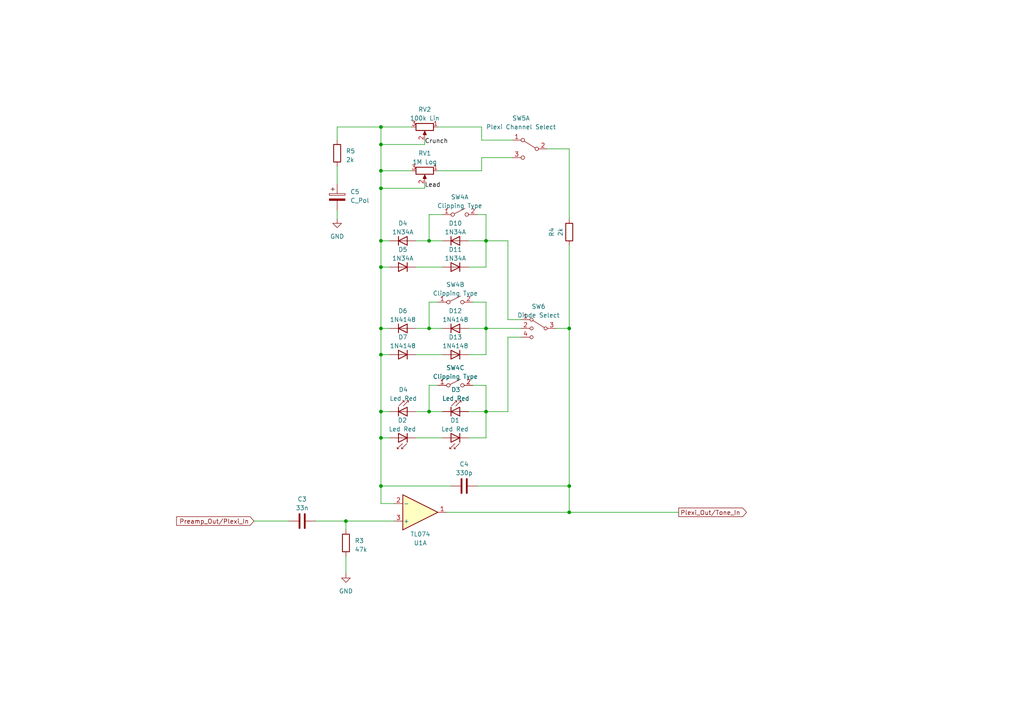
<source format=kicad_sch>
(kicad_sch (version 20230121) (generator eeschema)
  (paper "A4")
  (lib_symbols
    (symbol "Amplifier_Operational:TL074" (pin_names (offset 0.127))
      (property "Reference" "U" (at 0 5.08 0))
      (property "Value" "TL074" (at 0 -5.08 0))
      (symbol "TL074_1_1"
        (polyline (pts (xy -5.08 5.08) (xy 5.08 0) (xy -5.08 -5.08) (xy -5.08 5.08)) (stroke (width 0.254)) (fill (type background)))
        (pin output line (at 7.62 0 180) (length 2.54) (name "~") (number "1"))
        (pin input line (at -7.62 -2.54 0) (length 2.54) (name "-") (number "2"))
        (pin input line (at -7.62 2.54 0) (length 2.54) (name "+") (number "3"))
      )
      (symbol "TL074_2_1"
        (polyline (pts (xy -5.08 5.08) (xy 5.08 0) (xy -5.08 -5.08) (xy -5.08 5.08)) (stroke (width 0.254)) (fill (type background)))
        (pin input line (at -7.62 2.54 0) (length 2.54) (name "+") (number "5"))
        (pin input line (at -7.62 -2.54 0) (length 2.54) (name "-") (number "6"))
        (pin output line (at 7.62 0 180) (length 2.54) (name "~") (number "7"))
      )
      (symbol "TL074_3_1"
        (polyline (pts (xy -5.08 5.08) (xy 5.08 0) (xy -5.08 -5.08) (xy -5.08 5.08)) (stroke (width 0.254)) (fill (type background)))
        (pin input line (at -7.62 2.54 0) (length 2.54) (name "+") (number "10"))
        (pin output line (at 7.62 0 180) (length 2.54) (name "~") (number "8"))
        (pin input line (at -7.62 -2.54 0) (length 2.54) (name "-") (number "9"))
      )
      (symbol "TL074_4_1"
        (polyline (pts (xy -5.08 5.08) (xy 5.08 0) (xy -5.08 -5.08) (xy -5.08 5.08)) (stroke (width 0.254)) (fill (type background)))
        (pin input line (at -7.62 2.54 0) (length 2.54) (name "+") (number "12"))
        (pin input line (at -7.62 -2.54 0) (length 2.54) (name "-") (number "13"))
        (pin output line (at 7.62 0 180) (length 2.54) (name "~") (number "14"))
      )
      (symbol "TL074_5_1"
        (pin power_in line (at -2.54 -7.62 90) (length 3.81) (name "V-") (number "11"))
        (pin power_in line (at -2.54 7.62 270) (length 3.81) (name "V+") (number "4"))
      )
    )
    (symbol "CustomLib:SW_SPDT_x4" (pin_names hide)
      (property "Reference" "SW" (at 1.27 5.08 0))
      (property "Value" "SW_SPDT_x4" (at 1.27 -5.08 0))
      (symbol "SW_SPDT_x4_0_0"
        (circle (center -2.032 0) (radius 0.508))
        (circle (center 2.032 -2.54) (radius 0.508))
      )
      (symbol "SW_SPDT_x4_0_1"
        (polyline (pts (xy -1.524 0.254) (xy 1.651 2.286)))
        (circle (center 2.032 2.54) (radius 0.508))
      )
      (symbol "SW_SPDT_x4_1_1"
        (pin passive line (at 5.08 2.54 180) (length 2.54) (name "1") (number "1"))
        (pin passive line (at -5.08 0 0) (length 2.54) (name "2") (number "2"))
        (pin passive line (at 5.08 -2.54 180) (length 2.54) (name "3") (number "3"))
      )
      (symbol "SW_SPDT_x4_2_1"
        (pin passive line (at 5.08 2.54 180) (length 2.54) (name "1") (number "1"))
        (pin passive line (at -5.08 0 0) (length 2.54) (name "2") (number "2"))
        (pin passive line (at 5.08 -2.54 180) (length 2.54) (name "3") (number "3"))
      )
      (symbol "SW_SPDT_x4_3_1"
        (pin passive line (at 5.08 2.54 180) (length 2.54) (name "1") (number "1"))
        (pin passive line (at -5.08 0 0) (length 2.54) (name "2") (number "2"))
        (pin passive line (at 5.08 -2.54 180) (length 2.54) (name "3") (number "3"))
      )
      (symbol "SW_SPDT_x4_4_1"
        (pin passive line (at 5.08 2.54 180) (length 2.54) (name "1") (number "1"))
        (pin passive line (at -5.08 0 0) (length 2.54) (name "2") (number "2"))
        (pin passive line (at 5.08 -2.54 180) (length 2.54) (name "3") (number "3"))
      )
    )
    (symbol "CustomLib:SW_SPST_x3" (pin_names hide)
      (property "Reference" "SW" (at 0 2.54 0))
      (property "Value" "SW_SPST_x3" (at 0 -2.54 0))
      (symbol "SW_SPST_x3_0_0"
        (circle (center -2.032 0) (radius 0.508))
        (polyline (pts (xy -1.524 0.254) (xy 1.524 1.778)))
        (circle (center 2.032 0) (radius 0.508))
      )
      (symbol "SW_SPST_x3_1_1"
        (pin passive line (at -5.08 0 0) (length 2.54) (name "1") (number "1"))
        (pin passive line (at 5.08 0 180) (length 2.54) (name "2") (number "2"))
      )
      (symbol "SW_SPST_x3_2_1"
        (pin passive line (at -5.08 0 0) (length 2.54) (name "1") (number "1"))
        (pin passive line (at 5.08 0 180) (length 2.54) (name "2") (number "2"))
      )
      (symbol "SW_SPST_x3_3_1"
        (pin passive line (at -5.08 0 0) (length 2.54) (name "1") (number "1"))
        (pin passive line (at 5.08 0 180) (length 2.54) (name "2") (number "2"))
      )
    )
    (symbol "Device:C_Polarized" (pin_numbers hide) (pin_names (offset 0.254))
      (property "Reference" "C" (at 0.635 2.54 0))
      (property "Value" "C_Polarized" (at 0.635 -2.54 0))
      (symbol "C_Polarized_0_1"
        (rectangle (start -2.286 0.508) (end 2.286 1.016))
        (polyline (pts (xy -1.778 2.286) (xy -0.762 2.286)))
        (polyline (pts (xy -1.27 2.794) (xy -1.27 1.778)))
        (rectangle (start 2.286 -0.508) (end -2.286 -1.016) (fill (type outline)))
      )
      (symbol "C_Polarized_1_1"
        (pin passive line (at 0 3.81 270) (length 2.794) (name "~") (number "1"))
        (pin passive line (at 0 -3.81 90) (length 2.794) (name "~") (number "2"))
      )
    )
    (symbol "Device:R_Potentiometer" (pin_names (offset 1.016) hide)
      (property "Reference" "RV" (at -4.445 0 90))
      (property "Value" "R_Potentiometer" (at -2.54 0 90))
      (symbol "R_Potentiometer_0_1"
        (polyline (pts (xy 2.54 0) (xy 1.524 0)))
        (polyline (pts (xy 1.143 0) (xy 2.286 0.508) (xy 2.286 -0.508) (xy 1.143 0)) (fill (type outline)))
        (rectangle (start 1.016 2.54) (end -1.016 -2.54) (stroke (width 0.254)))
      )
      (symbol "R_Potentiometer_1_1"
        (pin passive line (at 0 3.81 270) (length 1.27) (name "1") (number "1"))
        (pin passive line (at 3.81 0 180) (length 1.27) (name "2") (number "2"))
        (pin passive line (at 0 -3.81 90) (length 1.27) (name "3") (number "3"))
      )
    )
    (symbol "Diode:1N4148" (pin_numbers hide) (pin_names hide)
      (property "Reference" "D" (at 0 2.54 0))
      (property "Value" "1N4148" (at 0 -2.54 0))
      (symbol "1N4148_0_1"
        (polyline (pts (xy -1.27 1.27) (xy -1.27 -1.27)) (stroke (width 0.254)))
        (polyline (pts (xy 1.27 0) (xy -1.27 0)))
        (polyline (pts (xy 1.27 1.27) (xy 1.27 -1.27) (xy -1.27 0) (xy 1.27 1.27)) (stroke (width 0.254)))
      )
      (symbol "1N4148_1_1"
        (pin passive line (at -3.81 0 0) (length 2.54) (name "K") (number "1"))
        (pin passive line (at 3.81 0 180) (length 2.54) (name "A") (number "2"))
      )
    )
    (symbol "LED:IRL81A" (pin_numbers hide) (pin_names (offset 1.016) hide)
      (property "Reference" "D" (at 0.508 1.778 0))
      (property "Value" "IRL81A" (at -1.016 -2.794 0))
      (symbol "IRL81A_0_1"
        (polyline (pts (xy -2.54 0) (xy 0 0)))
        (polyline (pts (xy -2.54 1.27) (xy -2.54 -1.27)) (stroke (width 0.254)))
        (polyline (pts (xy 0.381 3.175) (xy -0.127 3.175)))
        (polyline (pts (xy -1.143 1.651) (xy 0.381 3.175) (xy 0.381 2.667)))
        (polyline (pts (xy 0 -1.27) (xy 0 1.27) (xy -2.54 0) (xy 0 -1.27)) (stroke (width 0.254)))
        (polyline (pts (xy -2.413 1.651) (xy -0.889 3.175) (xy -0.889 2.667) (xy -0.889 3.175) (xy -1.397 3.175)))
      )
      (symbol "IRL81A_1_1"
        (pin passive line (at -5.08 0 0) (length 2.54) (name "K") (number "1"))
        (pin passive line (at 2.54 0 180) (length 2.54) (name "A") (number "2"))
      )
    )
    (symbol "PCM_Capacitor_AKL:C_0603" (pin_numbers hide) (pin_names (offset 0.254))
      (property "Reference" "C" (at 0.635 2.54 0))
      (property "Value" "C_0603" (at 0.635 -2.54 0))
      (symbol "C_0603_0_1"
        (polyline (pts (xy -2.032 -0.762) (xy 2.032 -0.762)) (stroke (width 0.508)))
        (polyline (pts (xy -2.032 0.762) (xy 2.032 0.762)) (stroke (width 0.508)))
      )
      (symbol "C_0603_1_1"
        (pin passive line (at 0 3.81 270) (length 2.794) (name "~") (number "1"))
        (pin passive line (at 0 -3.81 90) (length 2.794) (name "~") (number "2"))
      )
    )
    (symbol "PCM_Resistor_AKL:R_0603" (pin_numbers hide) (pin_names (offset 0))
      (property "Reference" "R" (at 2.54 1.27 0))
      (property "Value" "R_0603" (at 2.54 -1.27 0))
      (symbol "R_0603_0_1"
        (rectangle (start -1.016 -2.54) (end 1.016 2.54) (stroke (width 0.254)))
      )
      (symbol "R_0603_1_1"
        (pin passive line (at 0 3.81 270) (length 1.27) (name "~") (number "1"))
        (pin passive line (at 0 -3.81 90) (length 1.27) (name "~") (number "2"))
      )
    )
    (symbol "Switch:SW_SP3T" (pin_names (offset 0) hide)
      (property "Reference" "SW" (at 0 5.08 0))
      (property "Value" "SW_SP3T" (at 0 -5.08 0))
      (symbol "SW_SP3T_0_1"
        (circle (center -2.032 0) (radius 0.4572))
        (polyline (pts (xy -1.651 0.254) (xy 1.651 2.286)))
        (circle (center 2.032 -2.54) (radius 0.4572))
        (circle (center 2.032 0) (radius 0.4572))
        (circle (center 2.032 2.54) (radius 0.4572))
      )
      (symbol "SW_SP3T_1_1"
        (pin passive line (at 5.08 2.54 180) (length 2.54) (name "1") (number "1"))
        (pin passive line (at 5.08 0 180) (length 2.54) (name "2") (number "2"))
        (pin passive line (at -5.08 0 0) (length 2.54) (name "3") (number "3"))
        (pin passive line (at 5.08 -2.54 180) (length 2.54) (name "4") (number "4"))
      )
    )
    (symbol "power:GND" (power) (pin_names (offset 0))
      (property "Value" "GND" (at 0 -3.81 0))
      (symbol "GND_0_1"
        (polyline (pts (xy 0 0) (xy 0 -1.27) (xy 1.27 -1.27) (xy 0 -2.54) (xy -1.27 -1.27) (xy 0 -1.27)))
      )
      (symbol "GND_1_1"
        (pin power_in line (at 0 0 270) (length 0) hide (name "GND") (number "1"))
      )
    )
  )
  (junction (at 140.97 95.25))
  (junction (at 110.49 69.85))
  (junction (at 165.1 95.25))
  (junction (at 110.49 36.83))
  (junction (at 110.49 127))
  (junction (at 110.49 140.97))
  (junction (at 110.49 41.91))
  (junction (at 165.1 140.97))
  (junction (at 165.1 148.59))
  (junction (at 110.49 95.25))
  (junction (at 124.46 119.38))
  (junction (at 140.97 119.38))
  (junction (at 100.33 151.13))
  (junction (at 140.97 69.85))
  (junction (at 124.46 95.25))
  (junction (at 110.49 102.87))
  (junction (at 110.49 49.53))
  (junction (at 110.49 54.61))
  (junction (at 124.46 69.85))
  (junction (at 110.49 119.38))
  (junction (at 110.49 77.47))
  (wire (pts (xy 123.19 40.64) (xy 123.19 41.91)))
  (wire (pts (xy 110.49 77.47) (xy 110.49 69.85)))
  (wire (pts (xy 124.46 62.23) (xy 128.27 62.23)))
  (wire (pts (xy 151.13 92.71) (xy 147.32 92.71)))
  (wire (pts (xy 110.49 54.61) (xy 123.19 54.61)))
  (wire (pts (xy 140.97 102.87) (xy 135.89 102.87)))
  (wire (pts (xy 140.97 69.85) (xy 147.32 69.85)))
  (wire (pts (xy 110.49 41.91) (xy 123.19 41.91)))
  (wire (pts (xy 151.13 97.79) (xy 147.32 97.79)))
  (wire (pts (xy 147.32 92.71) (xy 147.32 69.85)))
  (wire (pts (xy 124.46 119.38) (xy 124.46 111.76)))
  (wire (pts (xy 100.33 161.29) (xy 100.33 166.37)))
  (wire (pts (xy 137.16 87.63) (xy 140.97 87.63)))
  (wire (pts (xy 110.49 69.85) (xy 113.03 69.85)))
  (wire (pts (xy 140.97 87.63) (xy 140.97 95.25)))
  (wire (pts (xy 110.49 77.47) (xy 110.49 95.25)))
  (wire (pts (xy 73.66 151.13) (xy 83.82 151.13)))
  (wire (pts (xy 110.49 41.91) (xy 110.49 49.53)))
  (wire (pts (xy 113.03 127) (xy 110.49 127)))
  (wire (pts (xy 140.97 95.25) (xy 135.89 95.25)))
  (wire (pts (xy 110.49 140.97) (xy 130.81 140.97)))
  (wire (pts (xy 110.49 95.25) (xy 113.03 95.25)))
  (wire (pts (xy 138.43 62.23) (xy 140.97 62.23)))
  (wire (pts (xy 139.7 40.64) (xy 148.59 40.64)))
  (wire (pts (xy 124.46 119.38) (xy 128.27 119.38)))
  (wire (pts (xy 135.89 127) (xy 140.97 127)))
  (wire (pts (xy 140.97 77.47) (xy 135.89 77.47)))
  (wire (pts (xy 97.79 36.83) (xy 110.49 36.83)))
  (wire (pts (xy 110.49 127) (xy 110.49 140.97)))
  (wire (pts (xy 120.65 119.38) (xy 124.46 119.38)))
  (wire (pts (xy 140.97 69.85) (xy 140.97 77.47)))
  (wire (pts (xy 140.97 95.25) (xy 151.13 95.25)))
  (wire (pts (xy 110.49 36.83) (xy 119.38 36.83)))
  (wire (pts (xy 124.46 87.63) (xy 127 87.63)))
  (wire (pts (xy 110.49 54.61) (xy 110.49 69.85)))
  (wire (pts (xy 139.7 45.72) (xy 148.59 45.72)))
  (wire (pts (xy 110.49 77.47) (xy 113.03 77.47)))
  (wire (pts (xy 124.46 69.85) (xy 128.27 69.85)))
  (wire (pts (xy 140.97 119.38) (xy 147.32 119.38)))
  (wire (pts (xy 140.97 95.25) (xy 140.97 102.87)))
  (wire (pts (xy 110.49 119.38) (xy 113.03 119.38)))
  (wire (pts (xy 137.16 111.76) (xy 140.97 111.76)))
  (wire (pts (xy 110.49 102.87) (xy 110.49 119.38)))
  (wire (pts (xy 127 49.53) (xy 139.7 49.53)))
  (wire (pts (xy 123.19 53.34) (xy 123.19 54.61)))
  (wire (pts (xy 120.65 95.25) (xy 124.46 95.25)))
  (wire (pts (xy 124.46 95.25) (xy 128.27 95.25)))
  (wire (pts (xy 120.65 77.47) (xy 128.27 77.47)))
  (wire (pts (xy 100.33 151.13) (xy 114.3 151.13)))
  (wire (pts (xy 135.89 119.38) (xy 140.97 119.38)))
  (wire (pts (xy 110.49 146.05) (xy 110.49 140.97)))
  (wire (pts (xy 100.33 151.13) (xy 100.33 153.67)))
  (wire (pts (xy 114.3 146.05) (xy 110.49 146.05)))
  (wire (pts (xy 140.97 119.38) (xy 140.97 127)))
  (wire (pts (xy 120.65 102.87) (xy 128.27 102.87)))
  (wire (pts (xy 165.1 140.97) (xy 165.1 95.25)))
  (wire (pts (xy 120.65 69.85) (xy 124.46 69.85)))
  (wire (pts (xy 124.46 87.63) (xy 124.46 95.25)))
  (wire (pts (xy 110.49 49.53) (xy 119.38 49.53)))
  (wire (pts (xy 139.7 36.83) (xy 139.7 40.64)))
  (wire (pts (xy 110.49 95.25) (xy 110.49 102.87)))
  (wire (pts (xy 161.29 95.25) (xy 165.1 95.25)))
  (wire (pts (xy 165.1 71.12) (xy 165.1 95.25)))
  (wire (pts (xy 165.1 43.18) (xy 158.75 43.18)))
  (wire (pts (xy 91.44 151.13) (xy 100.33 151.13)))
  (wire (pts (xy 124.46 62.23) (xy 124.46 69.85)))
  (wire (pts (xy 165.1 148.59) (xy 196.85 148.59)))
  (wire (pts (xy 110.49 102.87) (xy 113.03 102.87)))
  (wire (pts (xy 140.97 111.76) (xy 140.97 119.38)))
  (wire (pts (xy 135.89 69.85) (xy 140.97 69.85)))
  (wire (pts (xy 139.7 45.72) (xy 139.7 49.53)))
  (wire (pts (xy 129.54 148.59) (xy 165.1 148.59)))
  (wire (pts (xy 110.49 49.53) (xy 110.49 54.61)))
  (wire (pts (xy 147.32 97.79) (xy 147.32 119.38)))
  (wire (pts (xy 138.43 140.97) (xy 165.1 140.97)))
  (wire (pts (xy 97.79 40.64) (xy 97.79 36.83)))
  (wire (pts (xy 110.49 36.83) (xy 110.49 41.91)))
  (wire (pts (xy 97.79 48.26) (xy 97.79 53.34)))
  (wire (pts (xy 124.46 111.76) (xy 127 111.76)))
  (wire (pts (xy 140.97 62.23) (xy 140.97 69.85)))
  (wire (pts (xy 97.79 60.96) (xy 97.79 63.5)))
  (wire (pts (xy 165.1 140.97) (xy 165.1 148.59)))
  (wire (pts (xy 127 36.83) (xy 139.7 36.83)))
  (wire (pts (xy 120.65 127) (xy 128.27 127)))
  (wire (pts (xy 165.1 43.18) (xy 165.1 63.5)))
  (wire (pts (xy 110.49 119.38) (xy 110.49 127)))
  (label "Lead" (at 123.19 54.61 0))
  (label "Crunch" (at 123.19 41.91 0))
  (global_label "Preamp_Out{slash}Plexi_In" (shape input) (at 73.66 151.13 180) (property "Intersheetrefs" "${INTERSHEET_REFS}" (effects hide)))
  (global_label "Plexi_Out{slash}Tone_In" (shape output) (at 196.85 148.59 0) (property "Intersheetrefs" "${INTERSHEET_REFS}" (effects hide)))
  (symbol (lib_id "PCM_Resistor_AKL:R_0603") (at 97.79 44.45 180) (unit 1)
    (property "Reference" "R5" (at 100.33 43.815 0) (effects (justify right)))
    (property "Value" "2k" (at 100.33 46.355 0) (effects (justify right)))
    (property "Footprint" "Resistor_SMD:R_0402_1005Metric_Pad0.72x0.64mm_HandSolder" (effects hide))
    (instances (project "CustomPlexi" (path "" (reference "R5") (unit 1)) (path "" (reference "R9") (unit 1))))
  )
  (symbol (lib_id "Device:C_Polarized") (at 97.79 57.15 0) (unit 1)
    (property "Reference" "C5" (at 101.6 55.626 0) (effects (justify left)))
    (property "Value" "C_Pol" (at 101.6 58.166 0) (effects (justify left)))
    (property "Footprint" "Capacitor_THT:CP_Radial_D4.0mm_P1.50mm" (effects hide))
    (instances (project "CustomPlexi" (path "" (reference "C5") (unit 1)) (path "" (reference "C10") (unit 1))))
  )
  (symbol (lib_id "Diode:1N4148") (at 116.84 95.25 0) (mirror x) (unit 1)
    (property "Reference" "D6" (at 116.84 90.17 0))
    (property "Value" "1N4148" (at 116.84 92.71 0))
    (property "Footprint" "Diode_THT:D_DO-35_SOD27_P7.62mm_Horizontal" (effects hide))
    (property "Datasheet" "https://assets.nexperia.com/documents/data-sheet/1N4148_1N4448.pdf" (effects hide))
    (property "Sim.Device" "D" (effects hide))
    (property "Sim.Pins" "1=K 2=A" (effects hide))
  )
  (symbol (lib_id "Amplifier_Operational:TL074") (at 121.92 148.59 0) (mirror x) (unit 1)
    (property "Reference" "U1" (at 121.92 157.48 0))
    (property "Value" "TL074" (at 121.92 154.94 0))
    (property "Footprint" "Package_SO:SOIC-14W_7.5x9mm_P1.27mm" (effects hide))
    (property "Datasheet" "http://www.ti.com/lit/ds/symlink/tl071.pdf" (effects hide))
  )
  (symbol (lib_id "Device:R_Potentiometer") (at 123.19 36.83 270) (unit 1)
    (property "Reference" "RV2" (at 123.19 31.75 90))
    (property "Value" "100k Lin" (at 123.19 34.29 90))
    (property "Footprint" "PCM_Potentiometer_THT_US_AKL_Double:Potentiometer_Vishay_148-149_Single_Vertical" (effects hide))
    (instances (project "CustomPlexi" (path "" (reference "RV2") (unit 1)) (path "" (reference "RV4") (unit 1))))
  )
  (symbol (lib_id "Diode:1N4148") (at 132.08 95.25 0) (mirror x) (unit 1)
    (property "Reference" "D12" (at 132.08 90.17 0))
    (property "Value" "1N4148" (at 132.08 92.71 0))
    (property "Footprint" "Diode_THT:D_DO-35_SOD27_P7.62mm_Horizontal" (effects hide))
    (property "Datasheet" "https://assets.nexperia.com/documents/data-sheet/1N4148_1N4448.pdf" (effects hide))
    (property "Sim.Device" "D" (effects hide))
    (property "Sim.Pins" "1=K 2=A" (effects hide))
  )
  (symbol (lib_id "Diode:1N4148") (at 116.84 77.47 0) (mirror y) (unit 1)
    (property "Reference" "D5" (at 116.84 72.39 0))
    (property "Value" "1N34A" (at 116.84 74.93 0))
    (property "Footprint" "Diode_THT:D_DO-35_SOD27_P7.62mm_Horizontal" (effects hide))
    (property "Datasheet" "https://assets.nexperia.com/documents/data-sheet/1N4148_1N4448.pdf" (effects hide))
    (property "Sim.Device" "D" (effects hide))
    (property "Sim.Pins" "1=K 2=A" (effects hide))
  )
  (symbol (lib_id "PCM_Resistor_AKL:R_0603") (at 165.1 67.31 180) (unit 1)
    (property "Reference" "R4" (at 160.02 67.31 90))
    (property "Value" "2k" (at 162.56 67.31 90))
    (property "Footprint" "Resistor_SMD:R_0402_1005Metric_Pad0.72x0.64mm_HandSolder" (effects hide))
    (instances (project "CustomPlexi" (path "" (reference "R4") (unit 1)) (path "" (reference "R11") (unit 1))))
  )
  (symbol (lib_id "Diode:1N4148") (at 132.08 102.87 180) (unit 1)
    (property "Reference" "D13" (at 132.08 97.79 0))
    (property "Value" "1N4148" (at 132.08 100.33 0))
    (property "Footprint" "Diode_THT:D_DO-35_SOD27_P7.62mm_Horizontal" (effects hide))
    (property "Datasheet" "https://assets.nexperia.com/documents/data-sheet/1N4148_1N4448.pdf" (effects hide))
    (property "Sim.Device" "D" (effects hide))
    (property "Sim.Pins" "1=K 2=A" (effects hide))
  )
  (symbol (lib_id "CustomLib:SW_SPST_x3") (at 132.08 111.76 0) (unit 3)
    (property "Reference" "SW4" (at 132.08 106.68 0))
    (property "Value" "Clipping Type" (at 132.08 109.22 0))
    (property "Footprint" "CustomLib:SW_SP3T_PinHeader2.54mm" (effects hide))
  )
  (symbol (lib_id "PCM_Capacitor_AKL:C_0603") (at 134.62 140.97 90) (unit 1)
    (property "Reference" "C4" (at 134.62 134.62 90))
    (property "Value" "330p" (at 134.62 137.16 90))
    (property "Footprint" "Capacitor_SMD:C_0402_1005Metric_Pad0.74x0.62mm_HandSolder" (effects hide))
    (instances (project "CustomPlexi" (path "" (reference "C4") (unit 1)) (path "" (reference "C11") (unit 1))))
  )
  (symbol (lib_id "CustomLib:SW_SPDT_x4") (at 153.67 43.18 0) (mirror y) (unit 1)
    (property "Reference" "SW5" (at 151.13 34.29 0))
    (property "Value" "Plexi Channel Select" (at 151.13 36.83 0))
    (property "Footprint" "CustomLib:SW_SPST_x4_PinHeader2.54mm" (effects hide))
  )
  (symbol (lib_id "Diode:1N4148") (at 132.08 69.85 0) (mirror x) (unit 1)
    (property "Reference" "D10" (at 132.08 64.77 0))
    (property "Value" "1N34A" (at 132.08 67.31 0))
    (property "Footprint" "Diode_THT:D_DO-35_SOD27_P7.62mm_Horizontal" (effects hide))
    (property "Datasheet" "https://assets.nexperia.com/documents/data-sheet/1N4148_1N4448.pdf" (effects hide))
    (property "Sim.Device" "D" (effects hide))
    (property "Sim.Pins" "1=K 2=A" (effects hide))
  )
  (symbol (lib_id "CustomLib:SW_SPST_x3") (at 132.08 87.63 0) (unit 2)
    (property "Reference" "SW4" (at 132.08 82.55 0))
    (property "Value" "Clipping Type" (at 132.08 85.09 0))
    (property "Footprint" "CustomLib:SW_SP3T_PinHeader2.54mm" (effects hide))
  )
  (symbol (lib_id "LED:IRL81A") (at 115.57 127 180) (unit 1)
    (property "Reference" "D2" (at 116.713 121.92 0))
    (property "Value" "Led Red" (at 116.713 124.46 0))
    (property "Footprint" "LED_THT:LED_SideEmitter_Rectangular_W4.5mm_H1.6mm" (effects hide))
    (property "Datasheet" "http://www.osram-os.com/Graphics/XPic0/00203825_0.pdf" (effects hide))
    (instances (project "CustomPlexi" (path "" (reference "D2") (unit 1)) (path "" (reference "D3") (unit 1))))
  )
  (symbol (lib_id "Diode:1N4148") (at 132.08 77.47 0) (mirror y) (unit 1)
    (property "Reference" "D11" (at 132.08 72.39 0))
    (property "Value" "1N34A" (at 132.08 74.93 0))
    (property "Footprint" "Diode_THT:D_DO-35_SOD27_P7.62mm_Horizontal" (effects hide))
    (property "Datasheet" "https://assets.nexperia.com/documents/data-sheet/1N4148_1N4448.pdf" (effects hide))
    (property "Sim.Device" "D" (effects hide))
    (property "Sim.Pins" "1=K 2=A" (effects hide))
  )
  (symbol (lib_id "Diode:1N4148") (at 116.84 102.87 0) (mirror y) (unit 1)
    (property "Reference" "D7" (at 116.84 97.79 0))
    (property "Value" "1N4148" (at 116.84 100.33 0))
    (property "Footprint" "Diode_THT:D_DO-35_SOD27_P7.62mm_Horizontal" (effects hide))
    (property "Datasheet" "https://assets.nexperia.com/documents/data-sheet/1N4148_1N4448.pdf" (effects hide))
    (property "Sim.Device" "D" (effects hide))
    (property "Sim.Pins" "1=K 2=A" (effects hide))
  )
  (symbol (lib_id "PCM_Resistor_AKL:R_0603") (at 100.33 157.48 180) (unit 1)
    (property "Reference" "R3" (at 102.87 156.845 0) (effects (justify right)))
    (property "Value" "47k" (at 102.87 159.385 0) (effects (justify right)))
    (property "Footprint" "Resistor_SMD:R_0402_1005Metric_Pad0.72x0.64mm_HandSolder" (effects hide))
    (instances (project "CustomPlexi" (path "" (reference "R3") (unit 1)) (path "" (reference "R10") (unit 1))))
  )
  (symbol (lib_id "Switch:SW_SP3T") (at 156.21 95.25 0) (mirror y) (unit 1)
    (property "Reference" "SW6" (at 156.21 88.9 0))
    (property "Value" "Diode Select" (at 156.21 91.44 0))
    (property "Footprint" "CustomLib:SW_SP3T_PinHeader2.54mm" (effects hide))
    (instances (project "CustomPlexi" (path "" (reference "SW6") (unit 1)) (path "" (reference "SW1") (unit 1))))
  )
  (symbol (lib_id "Diode:1N4148") (at 116.84 69.85 0) (mirror x) (unit 1)
    (property "Reference" "D4" (at 116.84 64.77 0))
    (property "Value" "1N34A" (at 116.84 67.31 0))
    (property "Footprint" "Diode_THT:D_DO-35_SOD27_P7.62mm_Horizontal" (effects hide))
    (property "Datasheet" "https://assets.nexperia.com/documents/data-sheet/1N4148_1N4448.pdf" (effects hide))
    (property "Sim.Device" "D" (effects hide))
    (property "Sim.Pins" "1=K 2=A" (effects hide))
  )
  (symbol (lib_id "LED:IRL81A") (at 130.81 127 180) (unit 1)
    (property "Reference" "D1" (at 131.953 121.92 0))
    (property "Value" "Led Red" (at 131.953 124.46 0))
    (property "Footprint" "LED_THT:LED_SideEmitter_Rectangular_W4.5mm_H1.6mm" (effects hide))
    (property "Datasheet" "http://www.osram-os.com/Graphics/XPic0/00203825_0.pdf" (effects hide))
    (instances (project "CustomPlexi" (path "" (reference "D1") (unit 1)) (path "" (reference "D9") (unit 1))))
  )
  (symbol (lib_id "CustomLib:SW_SPST_x3") (at 133.35 62.23 0) (unit 1)
    (property "Reference" "SW4" (at 133.35 57.15 0))
    (property "Value" "Clipping Type" (at 133.35 59.69 0))
    (property "Footprint" "CustomLib:SW_SP3T_PinHeader2.54mm" (effects hide))
  )
  (symbol (lib_id "power:GND") (at 100.33 166.37 0) (unit 1)
    (property "Reference" "#PWR02" (effects hide))
    (property "Value" "GND" (at 100.33 171.45 0))
    (instances (project "CustomPlexi" (path "" (reference "#PWR02") (unit 1)) (path "" (reference "#PWR08") (unit 1))))
  )
  (symbol (lib_id "LED:IRL81A") (at 118.11 119.38 0) (unit 1)
    (property "Reference" "D4" (at 116.967 113.03 0))
    (property "Value" "Led Red" (at 116.967 115.57 0))
    (property "Footprint" "LED_THT:LED_SideEmitter_Rectangular_W4.5mm_H1.6mm" (effects hide))
    (property "Datasheet" "http://www.osram-os.com/Graphics/XPic0/00203825_0.pdf" (effects hide))
    (instances (project "CustomPlexi" (path "" (reference "D4") (unit 1)) (path "" (reference "D8") (unit 1))))
  )
  (symbol (lib_id "PCM_Capacitor_AKL:C_0603") (at 87.63 151.13 90) (unit 1)
    (property "Reference" "C3" (at 87.63 144.78 90))
    (property "Value" "33n" (at 87.63 147.32 90))
    (property "Footprint" "Capacitor_SMD:C_0402_1005Metric_Pad0.74x0.62mm_HandSolder" (effects hide))
    (instances (project "CustomPlexi" (path "" (reference "C3") (unit 1)) (path "" (reference "C9") (unit 1))))
  )
  (symbol (lib_id "power:GND") (at 97.79 63.5 0) (unit 1)
    (property "Reference" "#PWR03" (effects hide))
    (property "Value" "GND" (at 97.79 68.58 0))
    (instances (project "CustomPlexi" (path "" (reference "#PWR03") (unit 1)) (path "" (reference "#PWR07") (unit 1))))
  )
  (symbol (lib_id "LED:IRL81A") (at 133.35 119.38 0) (unit 1)
    (property "Reference" "D3" (at 132.207 113.03 0))
    (property "Value" "Led Red" (at 132.207 115.57 0))
    (property "Footprint" "LED_THT:LED_SideEmitter_Rectangular_W4.5mm_H1.6mm" (effects hide))
    (property "Datasheet" "http://www.osram-os.com/Graphics/XPic0/00203825_0.pdf" (effects hide))
    (instances (project "CustomPlexi" (path "" (reference "D3") (unit 1)) (path "" (reference "D14") (unit 1))))
  )
  (symbol (lib_id "Device:R_Potentiometer") (at 123.19 49.53 270) (unit 1)
    (property "Reference" "RV1" (at 123.19 44.45 90))
    (property "Value" "1M Log" (at 123.19 46.99 90))
    (property "Footprint" "PCM_Potentiometer_THT_US_AKL_Double:Potentiometer_Vishay_148-149_Single_Vertical" (effects hide))
    (instances (project "CustomPlexi" (path "" (reference "RV1") (unit 1)) (path "" (reference "RV5") (unit 1))))
  )
)
</source>
